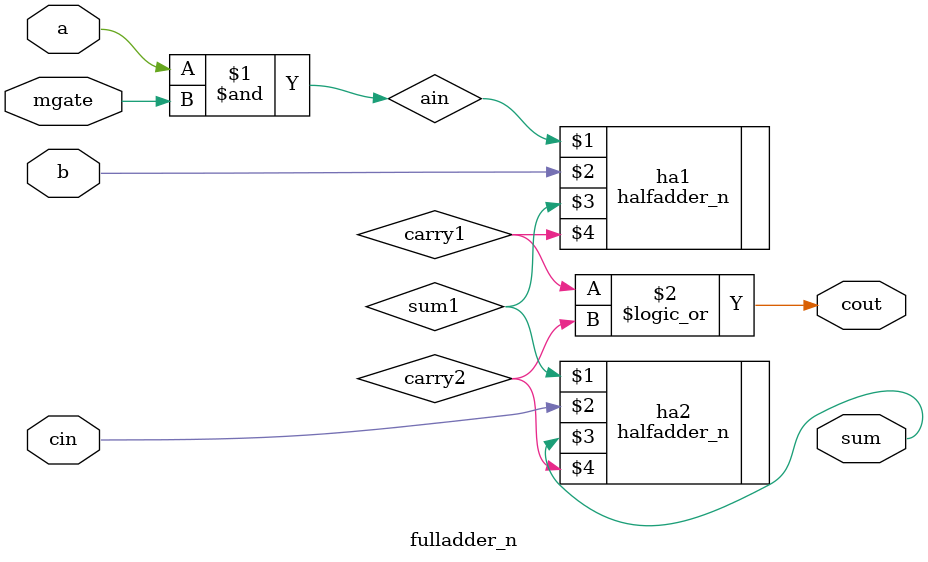
<source format=v>
`timescale 1ns / 1ps
module fulladder_n(
	input a,
	input b,
	input mgate,
	input cin,
	output cout,
	output sum
    );
wire ain; 
assign ain=a&mgate;
wire sum1;
wire carry1;
wire carry2; 
halfadder_n ha1(ain,b,sum1,carry1);
halfadder_n ha2(sum1,cin,sum,carry2);
assign cout=carry1||carry2;
endmodule

</source>
